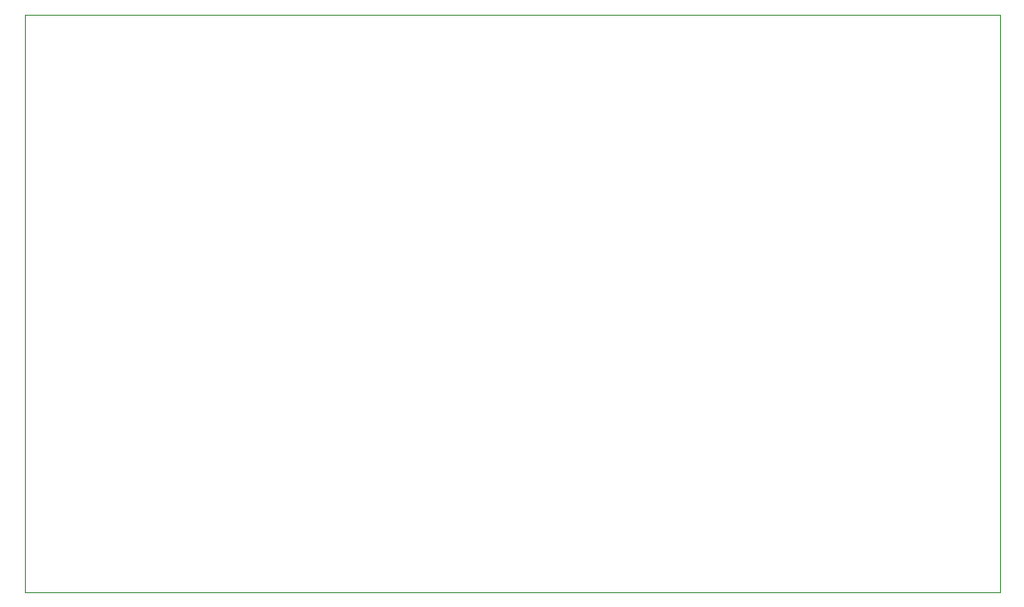
<source format=gbr>
G04 #@! TF.GenerationSoftware,KiCad,Pcbnew,8.0.4*
G04 #@! TF.CreationDate,2024-11-04T17:51:44-06:00*
G04 #@! TF.ProjectId,final_project_v0.1,66696e61-6c5f-4707-926f-6a6563745f76,rev?*
G04 #@! TF.SameCoordinates,Original*
G04 #@! TF.FileFunction,Profile,NP*
%FSLAX46Y46*%
G04 Gerber Fmt 4.6, Leading zero omitted, Abs format (unit mm)*
G04 Created by KiCad (PCBNEW 8.0.4) date 2024-11-04 17:51:44*
%MOMM*%
%LPD*%
G01*
G04 APERTURE LIST*
G04 #@! TA.AperFunction,Profile*
%ADD10C,0.050000*%
G04 #@! TD*
G04 APERTURE END LIST*
D10*
X84500000Y-92000000D02*
X174000000Y-92000000D01*
X174000000Y-145000000D01*
X84500000Y-145000000D01*
X84500000Y-92000000D01*
M02*

</source>
